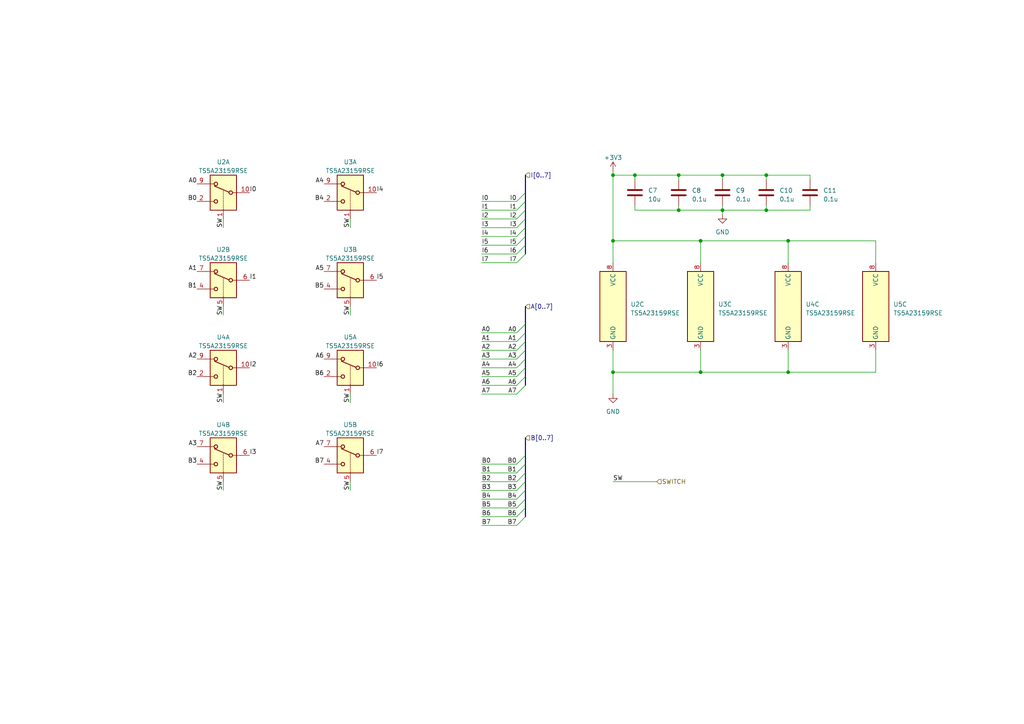
<source format=kicad_sch>
(kicad_sch (version 20230121) (generator eeschema)
  (paper "A4")
  (lib_symbols
    (symbol "Analog_Switch:TS5A23159RSE"
      (property "Reference" "U" (at -5.08 8.89 0))
      (property "Value" "TS5A23159RSE" (at -5.08 6.985 0))
      (symbol "TS5A23159RSE_1_1"
        (rectangle (start -3.81 5.08) (end 3.81 -5.08) (stroke (width 0.254)) (fill (type background)))
        (circle (center -2.159 0) (radius 0.508) (stroke (width 0.254)))
        (polyline (pts (xy -5.08 0) (xy -2.794 0)))
        (polyline (pts (xy -1.651 0.127) (xy 2.54 1.905)) (stroke (width 0.254)))
        (polyline (pts (xy 0 -5.08) (xy 0 -4.572)))
        (polyline (pts (xy 0 -4.318) (xy 0 -4.064)))
        (polyline (pts (xy 0 -3.81) (xy 0 -3.556)))
        (polyline (pts (xy 0 -3.302) (xy 0 -3.048)))
        (polyline (pts (xy 0 -2.794) (xy 0 -2.54)))
        (polyline (pts (xy 0 -2.286) (xy 0 -2.032)))
        (polyline (pts (xy 0 -1.778) (xy 0 -1.524)))
        (polyline (pts (xy 0 -1.27) (xy 0 -1.016)))
        (polyline (pts (xy 0 -0.762) (xy 0 -0.508)))
        (polyline (pts (xy 0 -0.254) (xy 0 0)))
        (polyline (pts (xy 0 0.254) (xy 0 0.508)))
        (polyline (pts (xy 5.08 -2.54) (xy 2.794 -2.54)))
        (polyline (pts (xy 5.08 2.54) (xy 2.794 2.54)))
        (circle (center 2.159 -2.54) (radius 0.508) (stroke (width 0.254)))
        (circle (center 2.159 2.54) (radius 0.508) (stroke (width 0.254)))
        (pin input line (at 0 -7.62 90) (length 2.54) (name "~") (number "1"))
        (pin passive line (at -7.62 0 0) (length 2.54) (name "~") (number "10"))
        (pin passive line (at 7.62 -2.54 180) (length 2.54) (name "~") (number "2"))
        (pin passive line (at 7.62 2.54 180) (length 2.54) (name "~") (number "9"))
      )
      (symbol "TS5A23159RSE_2_1"
        (rectangle (start -3.81 5.08) (end 3.81 -5.08) (stroke (width 0.254)) (fill (type background)))
        (circle (center -2.159 0) (radius 0.508) (stroke (width 0.254)))
        (polyline (pts (xy -5.08 0) (xy -2.794 0)))
        (polyline (pts (xy -1.651 0.127) (xy 2.54 1.905)) (stroke (width 0.254)))
        (polyline (pts (xy 0 -5.08) (xy 0 -4.572)))
        (polyline (pts (xy 0 -4.318) (xy 0 -4.064)))
        (polyline (pts (xy 0 -3.81) (xy 0 -3.556)))
        (polyline (pts (xy 0 -3.302) (xy 0 -3.048)))
        (polyline (pts (xy 0 -2.794) (xy 0 -2.54)))
        (polyline (pts (xy 0 -2.286) (xy 0 -2.032)))
        (polyline (pts (xy 0 -1.778) (xy 0 -1.524)))
        (polyline (pts (xy 0 -1.27) (xy 0 -1.016)))
        (polyline (pts (xy 0 -0.762) (xy 0 -0.508)))
        (polyline (pts (xy 0 -0.254) (xy 0 0)))
        (polyline (pts (xy 0 0.254) (xy 0 0.508)))
        (polyline (pts (xy 5.08 -2.54) (xy 2.794 -2.54)))
        (polyline (pts (xy 5.08 2.54) (xy 2.794 2.54)))
        (circle (center 2.159 -2.54) (radius 0.508) (stroke (width 0.254)))
        (circle (center 2.159 2.54) (radius 0.508) (stroke (width 0.254)))
        (pin passive line (at 7.62 -2.54 180) (length 2.54) (name "~") (number "4"))
        (pin input line (at 0 -7.62 90) (length 2.54) (name "~") (number "5"))
        (pin passive line (at -7.62 0 0) (length 2.54) (name "~") (number "6"))
        (pin passive line (at 7.62 2.54 180) (length 2.54) (name "~") (number "7"))
      )
      (symbol "TS5A23159RSE_3_1"
        (rectangle (start -3.81 10.16) (end 3.81 -10.16) (stroke (width 0.254)) (fill (type background)))
        (pin power_in line (at 0 -12.7 90) (length 2.54) (name "GND") (number "3"))
        (pin power_in line (at 0 12.7 270) (length 2.54) (name "VCC") (number "8"))
      )
    )
    (symbol "Device:C" (pin_numbers hide) (pin_names (offset 0.254))
      (property "Reference" "C" (at 0.635 2.54 0))
      (property "Value" "C" (at 0.635 -2.54 0))
      (symbol "C_0_1"
        (polyline (pts (xy -2.032 -0.762) (xy 2.032 -0.762)) (stroke (width 0.508)))
        (polyline (pts (xy -2.032 0.762) (xy 2.032 0.762)) (stroke (width 0.508)))
      )
      (symbol "C_1_1"
        (pin passive line (at 0 3.81 270) (length 2.794) (name "~") (number "1"))
        (pin passive line (at 0 -3.81 90) (length 2.794) (name "~") (number "2"))
      )
    )
    (symbol "power:+3V3" (power) (pin_names (offset 0))
      (property "Value" "+3V3" (at 0 3.556 0))
      (symbol "+3V3_0_1"
        (polyline (pts (xy -0.762 1.27) (xy 0 2.54)))
        (polyline (pts (xy 0 0) (xy 0 2.54)))
        (polyline (pts (xy 0 2.54) (xy 0.762 1.27)))
      )
      (symbol "+3V3_1_1"
        (pin power_in line (at 0 0 90) (length 0) hide (name "+3V3") (number "1"))
      )
    )
    (symbol "power:GND" (power) (pin_names (offset 0))
      (property "Value" "GND" (at 0 -3.81 0))
      (symbol "GND_0_1"
        (polyline (pts (xy 0 0) (xy 0 -1.27) (xy 1.27 -1.27) (xy 0 -2.54) (xy -1.27 -1.27) (xy 0 -1.27)))
      )
      (symbol "GND_1_1"
        (pin power_in line (at 0 0 270) (length 0) hide (name "GND") (number "1"))
      )
    )
  )
  (junction (at 177.8 107.95))
  (junction (at 203.2 107.95))
  (junction (at 228.6 107.95))
  (junction (at 177.8 50.8))
  (junction (at 196.85 60.96))
  (junction (at 228.6 69.85))
  (junction (at 222.25 50.8))
  (junction (at 203.2 69.85))
  (junction (at 222.25 60.96))
  (junction (at 196.85 50.8))
  (junction (at 177.8 69.85))
  (junction (at 184.15 50.8))
  (junction (at 209.55 60.96))
  (junction (at 209.55 50.8))
  (bus_entry (at 149.86 134.62) (size 2.54 -2.54))
  (bus_entry (at 149.86 63.5) (size 2.54 -2.54))
  (bus_entry (at 149.86 147.32) (size 2.54 -2.54))
  (bus_entry (at 149.86 68.58) (size 2.54 -2.54))
  (bus_entry (at 149.86 149.86) (size 2.54 -2.54))
  (bus_entry (at 149.86 99.06) (size 2.54 -2.54))
  (bus_entry (at 149.86 101.6) (size 2.54 -2.54))
  (bus_entry (at 149.86 137.16) (size 2.54 -2.54))
  (bus_entry (at 149.86 144.78) (size 2.54 -2.54))
  (bus_entry (at 149.86 152.4) (size 2.54 -2.54))
  (bus_entry (at 149.86 142.24) (size 2.54 -2.54))
  (bus_entry (at 149.86 96.52) (size 2.54 -2.54))
  (bus_entry (at 149.86 71.12) (size 2.54 -2.54))
  (bus_entry (at 149.86 109.22) (size 2.54 -2.54))
  (bus_entry (at 149.86 60.96) (size 2.54 -2.54))
  (bus_entry (at 149.86 76.2) (size 2.54 -2.54))
  (bus_entry (at 149.86 139.7) (size 2.54 -2.54))
  (bus_entry (at 149.86 111.76) (size 2.54 -2.54))
  (bus_entry (at 149.86 66.04) (size 2.54 -2.54))
  (bus_entry (at 149.86 114.3) (size 2.54 -2.54))
  (bus_entry (at 149.86 106.68) (size 2.54 -2.54))
  (bus_entry (at 149.86 104.14) (size 2.54 -2.54))
  (bus_entry (at 149.86 73.66) (size 2.54 -2.54))
  (bus_entry (at 149.86 58.42) (size 2.54 -2.54))
  (wire (pts (xy 64.77 139.7) (xy 64.77 142.24)))
  (wire (pts (xy 139.7 101.6) (xy 149.86 101.6)))
  (bus (pts (xy 152.4 134.62) (xy 152.4 137.16)))
  (wire (pts (xy 222.25 50.8) (xy 234.95 50.8)))
  (wire (pts (xy 139.7 66.04) (xy 149.86 66.04)))
  (wire (pts (xy 203.2 69.85) (xy 228.6 69.85)))
  (bus (pts (xy 152.4 137.16) (xy 152.4 139.7)))
  (wire (pts (xy 228.6 101.6) (xy 228.6 107.95)))
  (wire (pts (xy 196.85 60.96) (xy 196.85 59.69)))
  (wire (pts (xy 139.7 63.5) (xy 149.86 63.5)))
  (wire (pts (xy 203.2 101.6) (xy 203.2 107.95)))
  (wire (pts (xy 139.7 99.06) (xy 149.86 99.06)))
  (wire (pts (xy 139.7 137.16) (xy 149.86 137.16)))
  (wire (pts (xy 139.7 152.4) (xy 149.86 152.4)))
  (wire (pts (xy 101.6 88.9) (xy 101.6 91.44)))
  (bus (pts (xy 152.4 50.8) (xy 152.4 55.88)))
  (wire (pts (xy 222.25 50.8) (xy 222.25 52.07)))
  (wire (pts (xy 64.77 114.3) (xy 64.77 116.84)))
  (wire (pts (xy 209.55 50.8) (xy 209.55 52.07)))
  (wire (pts (xy 196.85 50.8) (xy 209.55 50.8)))
  (wire (pts (xy 101.6 139.7) (xy 101.6 142.24)))
  (bus (pts (xy 152.4 55.88) (xy 152.4 58.42)))
  (bus (pts (xy 152.4 127) (xy 152.4 132.08)))
  (wire (pts (xy 139.7 139.7) (xy 149.86 139.7)))
  (bus (pts (xy 152.4 93.98) (xy 152.4 96.52)))
  (bus (pts (xy 152.4 58.42) (xy 152.4 60.96)))
  (wire (pts (xy 184.15 60.96) (xy 196.85 60.96)))
  (wire (pts (xy 139.7 73.66) (xy 149.86 73.66)))
  (wire (pts (xy 177.8 69.85) (xy 177.8 76.2)))
  (wire (pts (xy 209.55 60.96) (xy 209.55 59.69)))
  (bus (pts (xy 152.4 139.7) (xy 152.4 142.24)))
  (bus (pts (xy 152.4 144.78) (xy 152.4 147.32)))
  (wire (pts (xy 139.7 111.76) (xy 149.86 111.76)))
  (wire (pts (xy 177.8 50.8) (xy 177.8 69.85)))
  (wire (pts (xy 234.95 50.8) (xy 234.95 52.07)))
  (wire (pts (xy 139.7 149.86) (xy 149.86 149.86)))
  (wire (pts (xy 209.55 50.8) (xy 222.25 50.8)))
  (bus (pts (xy 152.4 66.04) (xy 152.4 68.58)))
  (wire (pts (xy 177.8 107.95) (xy 177.8 114.3)))
  (wire (pts (xy 139.7 114.3) (xy 149.86 114.3)))
  (wire (pts (xy 139.7 76.2) (xy 149.86 76.2)))
  (wire (pts (xy 228.6 69.85) (xy 228.6 76.2)))
  (wire (pts (xy 139.7 142.24) (xy 149.86 142.24)))
  (wire (pts (xy 234.95 60.96) (xy 234.95 59.69)))
  (bus (pts (xy 152.4 101.6) (xy 152.4 104.14)))
  (wire (pts (xy 139.7 104.14) (xy 149.86 104.14)))
  (wire (pts (xy 177.8 50.8) (xy 184.15 50.8)))
  (wire (pts (xy 177.8 101.6) (xy 177.8 107.95)))
  (wire (pts (xy 64.77 88.9) (xy 64.77 91.44)))
  (bus (pts (xy 152.4 147.32) (xy 152.4 149.86)))
  (wire (pts (xy 139.7 147.32) (xy 149.86 147.32)))
  (wire (pts (xy 177.8 139.7) (xy 190.5 139.7)))
  (wire (pts (xy 196.85 60.96) (xy 209.55 60.96)))
  (bus (pts (xy 152.4 104.14) (xy 152.4 106.68)))
  (bus (pts (xy 152.4 96.52) (xy 152.4 99.06)))
  (wire (pts (xy 254 69.85) (xy 254 76.2)))
  (wire (pts (xy 222.25 60.96) (xy 222.25 59.69)))
  (bus (pts (xy 152.4 142.24) (xy 152.4 144.78)))
  (wire (pts (xy 209.55 60.96) (xy 222.25 60.96)))
  (wire (pts (xy 139.7 71.12) (xy 149.86 71.12)))
  (wire (pts (xy 139.7 58.42) (xy 149.86 58.42)))
  (wire (pts (xy 139.7 96.52) (xy 149.86 96.52)))
  (wire (pts (xy 228.6 107.95) (xy 254 107.95)))
  (wire (pts (xy 203.2 69.85) (xy 203.2 76.2)))
  (wire (pts (xy 196.85 50.8) (xy 184.15 50.8)))
  (wire (pts (xy 139.7 109.22) (xy 149.86 109.22)))
  (wire (pts (xy 184.15 60.96) (xy 184.15 59.69)))
  (wire (pts (xy 64.77 63.5) (xy 64.77 66.04)))
  (wire (pts (xy 177.8 107.95) (xy 203.2 107.95)))
  (wire (pts (xy 228.6 69.85) (xy 254 69.85)))
  (wire (pts (xy 139.7 144.78) (xy 149.86 144.78)))
  (wire (pts (xy 139.7 106.68) (xy 149.86 106.68)))
  (wire (pts (xy 209.55 60.96) (xy 209.55 62.23)))
  (bus (pts (xy 152.4 88.9) (xy 152.4 93.98)))
  (wire (pts (xy 101.6 63.5) (xy 101.6 66.04)))
  (wire (pts (xy 196.85 52.07) (xy 196.85 50.8)))
  (wire (pts (xy 139.7 60.96) (xy 149.86 60.96)))
  (wire (pts (xy 101.6 114.3) (xy 101.6 116.84)))
  (wire (pts (xy 139.7 134.62) (xy 149.86 134.62)))
  (bus (pts (xy 152.4 68.58) (xy 152.4 71.12)))
  (wire (pts (xy 254 107.95) (xy 254 101.6)))
  (bus (pts (xy 152.4 109.22) (xy 152.4 111.76)))
  (wire (pts (xy 184.15 52.07) (xy 184.15 50.8)))
  (bus (pts (xy 152.4 63.5) (xy 152.4 66.04)))
  (wire (pts (xy 203.2 107.95) (xy 228.6 107.95)))
  (wire (pts (xy 222.25 60.96) (xy 234.95 60.96)))
  (wire (pts (xy 139.7 68.58) (xy 149.86 68.58)))
  (bus (pts (xy 152.4 99.06) (xy 152.4 101.6)))
  (wire (pts (xy 177.8 49.53) (xy 177.8 50.8)))
  (bus (pts (xy 152.4 60.96) (xy 152.4 63.5)))
  (bus (pts (xy 152.4 132.08) (xy 152.4 134.62)))
  (bus (pts (xy 152.4 106.68) (xy 152.4 109.22)))
  (wire (pts (xy 177.8 69.85) (xy 203.2 69.85)))
  (bus (pts (xy 152.4 71.12) (xy 152.4 73.66)))
  (label "I5" (at 139.7 71.12 0))
  (label "I2" (at 72.39 106.68 0))
  (label "A5" (at 149.86 109.22 180))
  (label "A3" (at 57.15 129.54 180))
  (label "I5" (at 109.22 81.28 0))
  (label "B6" (at 139.7 149.86 0))
  (label "B2" (at 149.86 139.7 180))
  (label "I3" (at 139.7 66.04 0))
  (label "B5" (at 149.86 147.32 180))
  (label "SW" (at 64.77 142.24 90))
  (label "A0" (at 139.7 96.52 0))
  (label "I7" (at 149.86 76.2 180))
  (label "B4" (at 93.98 58.42 180))
  (label "B5" (at 139.7 147.32 0))
  (label "B3" (at 57.15 134.62 180))
  (label "A5" (at 139.7 109.22 0))
  (label "A2" (at 149.86 101.6 180))
  (label "A3" (at 149.86 104.14 180))
  (label "B4" (at 139.7 144.78 0))
  (label "SW" (at 64.77 91.44 90))
  (label "A0" (at 149.86 96.52 180))
  (label "I1" (at 72.39 81.28 0))
  (label "I1" (at 149.86 60.96 180))
  (label "I0" (at 72.39 55.88 0))
  (label "B2" (at 139.7 139.7 0))
  (label "A5" (at 93.98 78.74 180))
  (label "A1" (at 149.86 99.06 180))
  (label "B7" (at 139.7 152.4 0))
  (label "A7" (at 93.98 129.54 180))
  (label "I3" (at 149.86 66.04 180))
  (label "B1" (at 139.7 137.16 0))
  (label "I2" (at 149.86 63.5 180))
  (label "I0" (at 149.86 58.42 180))
  (label "B1" (at 149.86 137.16 180))
  (label "A7" (at 149.86 114.3 180))
  (label "I2" (at 139.7 63.5 0))
  (label "A6" (at 93.98 104.14 180))
  (label "I0" (at 139.7 58.42 0))
  (label "A7" (at 139.7 114.3 0))
  (label "B7" (at 93.98 134.62 180))
  (label "A1" (at 139.7 99.06 0))
  (label "SW" (at 64.77 116.84 90))
  (label "A2" (at 139.7 101.6 0))
  (label "I6" (at 149.86 73.66 180))
  (label "SW" (at 101.6 142.24 90))
  (label "A6" (at 139.7 111.76 0))
  (label "SW" (at 177.8 139.7 0))
  (label "SW" (at 101.6 116.84 90))
  (label "B2" (at 57.15 109.22 180))
  (label "A4" (at 149.86 106.68 180))
  (label "A4" (at 139.7 106.68 0))
  (label "B7" (at 149.86 152.4 180))
  (label "B0" (at 149.86 134.62 180))
  (label "I4" (at 109.22 55.88 0))
  (label "B0" (at 57.15 58.42 180))
  (label "I1" (at 139.7 60.96 0))
  (label "B6" (at 149.86 149.86 180))
  (label "SW" (at 101.6 91.44 90))
  (label "I5" (at 149.86 71.12 180))
  (label "I4" (at 149.86 68.58 180))
  (label "I3" (at 72.39 132.08 0))
  (label "I7" (at 139.7 76.2 0))
  (label "B3" (at 149.86 142.24 180))
  (label "A3" (at 139.7 104.14 0))
  (label "I4" (at 139.7 68.58 0))
  (label "A2" (at 57.15 104.14 180))
  (label "A4" (at 93.98 53.34 180))
  (label "A1" (at 57.15 78.74 180))
  (label "B4" (at 149.86 144.78 180))
  (label "B0" (at 139.7 134.62 0))
  (label "A0" (at 57.15 53.34 180))
  (label "I6" (at 139.7 73.66 0))
  (label "I7" (at 109.22 132.08 0))
  (label "SW" (at 64.77 66.04 90))
  (label "SW" (at 101.6 66.04 90))
  (label "B5" (at 93.98 83.82 180))
  (label "B1" (at 57.15 83.82 180))
  (label "B3" (at 139.7 142.24 0))
  (label "A6" (at 149.86 111.76 180))
  (label "I6" (at 109.22 106.68 0))
  (label "B6" (at 93.98 109.22 180))
  (hierarchical_label "I[0..7]" (shape input) (at 152.4 50.8 0))
  (hierarchical_label "A[0..7]" (shape input) (at 152.4 88.9 0))
  (hierarchical_label "SWITCH" (shape input) (at 190.5 139.7 0))
  (hierarchical_label "B[0..7]" (shape input) (at 152.4 127 0))
  (symbol (lib_id "Analog_Switch:TS5A23159RSE") (at 177.8 88.9 0) (unit 3)
    (property "Reference" "U2" (at 182.88 88.265 0) (effects (justify left)))
    (property "Value" "TS5A23159RSE" (at 182.88 90.805 0) (effects (justify left)))
    (property "Footprint" "Package_DFN_QFN:Texas_R-PUQFN-N10" (effects hide))
    (property "Datasheet" "http://www.ti.com/lit/ds/symlink/ts5a23159.pdf" (effects hide))
  )
  (symbol (lib_id "Device:C") (at 222.25 55.88 0) (unit 1)
    (property "Reference" "C10" (at 226.06 55.245 0) (effects (justify left)))
    (property "Value" "0.1u" (at 226.06 57.785 0) (effects (justify left)))
    (property "Footprint" "Capacitor_SMD:C_0402_1005Metric" (effects hide))
  )
  (symbol (lib_id "power:+3V3") (at 177.8 49.53 0) (unit 1)
    (property "Reference" "#PWR015" (effects hide))
    (property "Value" "+3V3" (at 177.8 45.72 0))
  )
  (symbol (lib_id "power:GND") (at 177.8 114.3 0) (unit 1)
    (property "Reference" "#PWR016" (effects hide))
    (property "Value" "GND" (at 177.8 119.38 0))
  )
  (symbol (lib_id "power:GND") (at 209.55 62.23 0) (unit 1)
    (property "Reference" "#PWR025" (effects hide))
    (property "Value" "GND" (at 209.55 67.31 0))
  )
  (symbol (lib_id "Analog_Switch:TS5A23159RSE") (at 64.77 55.88 0) (mirror y) (unit 1)
    (property "Reference" "U2" (at 64.77 46.99 0))
    (property "Value" "TS5A23159RSE" (at 64.77 49.53 0))
    (property "Footprint" "Package_DFN_QFN:Texas_R-PUQFN-N10" (effects hide))
    (property "Datasheet" "http://www.ti.com/lit/ds/symlink/ts5a23159.pdf" (effects hide))
  )
  (symbol (lib_id "Analog_Switch:TS5A23159RSE") (at 64.77 81.28 0) (mirror y) (unit 2)
    (property "Reference" "U2" (at 64.77 72.39 0))
    (property "Value" "TS5A23159RSE" (at 64.77 74.93 0))
    (property "Footprint" "Package_DFN_QFN:Texas_R-PUQFN-N10" (effects hide))
    (property "Datasheet" "http://www.ti.com/lit/ds/symlink/ts5a23159.pdf" (effects hide))
  )
  (symbol (lib_id "Analog_Switch:TS5A23159RSE") (at 254 88.9 0) (unit 3)
    (property "Reference" "U5" (at 259.08 88.265 0) (effects (justify left)))
    (property "Value" "TS5A23159RSE" (at 259.08 90.805 0) (effects (justify left)))
    (property "Footprint" "Package_DFN_QFN:Texas_R-PUQFN-N10" (effects hide))
    (property "Datasheet" "http://www.ti.com/lit/ds/symlink/ts5a23159.pdf" (effects hide))
  )
  (symbol (lib_id "Device:C") (at 196.85 55.88 0) (unit 1)
    (property "Reference" "C8" (at 200.66 55.245 0) (effects (justify left)))
    (property "Value" "0.1u" (at 200.66 57.785 0) (effects (justify left)))
    (property "Footprint" "Capacitor_SMD:C_0402_1005Metric" (effects hide))
  )
  (symbol (lib_id "Analog_Switch:TS5A23159RSE") (at 228.6 88.9 0) (unit 3)
    (property "Reference" "U4" (at 233.68 88.265 0) (effects (justify left)))
    (property "Value" "TS5A23159RSE" (at 233.68 90.805 0) (effects (justify left)))
    (property "Footprint" "Package_DFN_QFN:Texas_R-PUQFN-N10" (effects hide))
    (property "Datasheet" "http://www.ti.com/lit/ds/symlink/ts5a23159.pdf" (effects hide))
  )
  (symbol (lib_id "Analog_Switch:TS5A23159RSE") (at 64.77 106.68 0) (mirror y) (unit 1)
    (property "Reference" "U4" (at 64.77 97.79 0))
    (property "Value" "TS5A23159RSE" (at 64.77 100.33 0))
    (property "Footprint" "Package_DFN_QFN:Texas_R-PUQFN-N10" (effects hide))
    (property "Datasheet" "http://www.ti.com/lit/ds/symlink/ts5a23159.pdf" (effects hide))
  )
  (symbol (lib_id "Analog_Switch:TS5A23159RSE") (at 101.6 132.08 0) (mirror y) (unit 2)
    (property "Reference" "U5" (at 101.6 123.19 0))
    (property "Value" "TS5A23159RSE" (at 101.6 125.73 0))
    (property "Footprint" "Package_DFN_QFN:Texas_R-PUQFN-N10" (effects hide))
    (property "Datasheet" "http://www.ti.com/lit/ds/symlink/ts5a23159.pdf" (effects hide))
  )
  (symbol (lib_id "Device:C") (at 209.55 55.88 0) (unit 1)
    (property "Reference" "C9" (at 213.36 55.245 0) (effects (justify left)))
    (property "Value" "0.1u" (at 213.36 57.785 0) (effects (justify left)))
    (property "Footprint" "Capacitor_SMD:C_0402_1005Metric" (effects hide))
  )
  (symbol (lib_id "Device:C") (at 234.95 55.88 0) (unit 1)
    (property "Reference" "C11" (at 238.76 55.245 0) (effects (justify left)))
    (property "Value" "0.1u" (at 238.76 57.785 0) (effects (justify left)))
    (property "Footprint" "Capacitor_SMD:C_0402_1005Metric" (effects hide))
  )
  (symbol (lib_id "Analog_Switch:TS5A23159RSE") (at 64.77 132.08 0) (mirror y) (unit 2)
    (property "Reference" "U4" (at 64.77 123.19 0))
    (property "Value" "TS5A23159RSE" (at 64.77 125.73 0))
    (property "Footprint" "Package_DFN_QFN:Texas_R-PUQFN-N10" (effects hide))
    (property "Datasheet" "http://www.ti.com/lit/ds/symlink/ts5a23159.pdf" (effects hide))
  )
  (symbol (lib_id "Analog_Switch:TS5A23159RSE") (at 203.2 88.9 0) (unit 3)
    (property "Reference" "U3" (at 208.28 88.265 0) (effects (justify left)))
    (property "Value" "TS5A23159RSE" (at 208.28 90.805 0) (effects (justify left)))
    (property "Footprint" "Package_DFN_QFN:Texas_R-PUQFN-N10" (effects hide))
    (property "Datasheet" "http://www.ti.com/lit/ds/symlink/ts5a23159.pdf" (effects hide))
  )
  (symbol (lib_id "Analog_Switch:TS5A23159RSE") (at 101.6 106.68 0) (mirror y) (unit 1)
    (property "Reference" "U5" (at 101.6 97.79 0))
    (property "Value" "TS5A23159RSE" (at 101.6 100.33 0))
    (property "Footprint" "Package_DFN_QFN:Texas_R-PUQFN-N10" (effects hide))
    (property "Datasheet" "http://www.ti.com/lit/ds/symlink/ts5a23159.pdf" (effects hide))
  )
  (symbol (lib_id "Analog_Switch:TS5A23159RSE") (at 101.6 81.28 0) (mirror y) (unit 2)
    (property "Reference" "U3" (at 101.6 72.39 0))
    (property "Value" "TS5A23159RSE" (at 101.6 74.93 0))
    (property "Footprint" "Package_DFN_QFN:Texas_R-PUQFN-N10" (effects hide))
    (property "Datasheet" "http://www.ti.com/lit/ds/symlink/ts5a23159.pdf" (effects hide))
  )
  (symbol (lib_id "Analog_Switch:TS5A23159RSE") (at 101.6 55.88 0) (mirror y) (unit 1)
    (property "Reference" "U3" (at 101.6 46.99 0))
    (property "Value" "TS5A23159RSE" (at 101.6 49.53 0))
    (property "Footprint" "Package_DFN_QFN:Texas_R-PUQFN-N10" (effects hide))
    (property "Datasheet" "http://www.ti.com/lit/ds/symlink/ts5a23159.pdf" (effects hide))
  )
  (symbol (lib_id "Device:C") (at 184.15 55.88 0) (unit 1)
    (property "Reference" "C7" (at 187.96 55.245 0) (effects (justify left)))
    (property "Value" "10u" (at 187.96 57.785 0) (effects (justify left)))
    (property "Footprint" "Capacitor_SMD:C_1206_3216Metric" (effects hide))
  )
)
</source>
